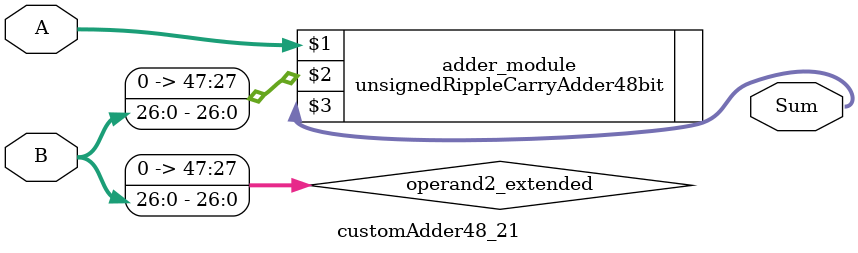
<source format=v>
module customAdder48_21(
                        input [47 : 0] A,
                        input [26 : 0] B,
                        
                        output [48 : 0] Sum
                );

        wire [47 : 0] operand2_extended;
        
        assign operand2_extended =  {21'b0, B};
        
        unsignedRippleCarryAdder48bit adder_module(
            A,
            operand2_extended,
            Sum
        );
        
        endmodule
        
</source>
